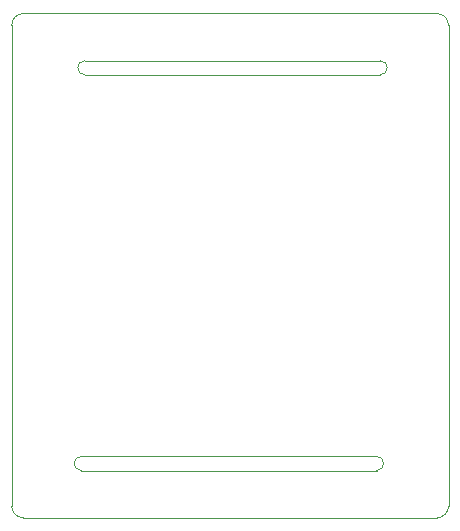
<source format=gbr>
%TF.GenerationSoftware,KiCad,Pcbnew,(6.0.0)*%
%TF.CreationDate,2022-05-30T17:20:12+01:00*%
%TF.ProjectId,Tracer,54726163-6572-42e6-9b69-6361645f7063,E*%
%TF.SameCoordinates,Original*%
%TF.FileFunction,Profile,NP*%
%FSLAX46Y46*%
G04 Gerber Fmt 4.6, Leading zero omitted, Abs format (unit mm)*
G04 Created by KiCad (PCBNEW (6.0.0)) date 2022-05-30 17:20:12*
%MOMM*%
%LPD*%
G01*
G04 APERTURE LIST*
%TA.AperFunction,Profile*%
%ADD10C,0.100000*%
%TD*%
G04 APERTURE END LIST*
D10*
X135200000Y-79100000D02*
X160200000Y-79100000D01*
X128992894Y-116800000D02*
G75*
G03*
X129992894Y-117800000I1000003J3D01*
G01*
X130007106Y-75100000D02*
G75*
G03*
X129007106Y-76107106I2J-1000027D01*
G01*
X134900000Y-113800000D02*
X159900000Y-113800000D01*
X164992894Y-117800000D02*
G75*
G03*
X165992894Y-116800000I-3J1000003D01*
G01*
X129992894Y-117800000D02*
X164992894Y-117800000D01*
X134900000Y-112600000D02*
G75*
G03*
X134900000Y-113800000I0J-600000D01*
G01*
X159900000Y-113800000D02*
G75*
G03*
X159900000Y-112600000I0J600000D01*
G01*
X160200000Y-80300000D02*
G75*
G03*
X160200000Y-79100000I0J600000D01*
G01*
X165992894Y-76107106D02*
G75*
G03*
X165000000Y-75100000I-1007210J-2D01*
G01*
X135200000Y-80300000D02*
X160200000Y-80300000D01*
X130007106Y-75100000D02*
X165000000Y-75100000D01*
X129007106Y-76107106D02*
X128992894Y-116800000D01*
X135200000Y-79100000D02*
G75*
G03*
X135200000Y-80300000I0J-600000D01*
G01*
X165992894Y-116800000D02*
X165992894Y-76107106D01*
X134900000Y-112600000D02*
X159900000Y-112600000D01*
M02*

</source>
